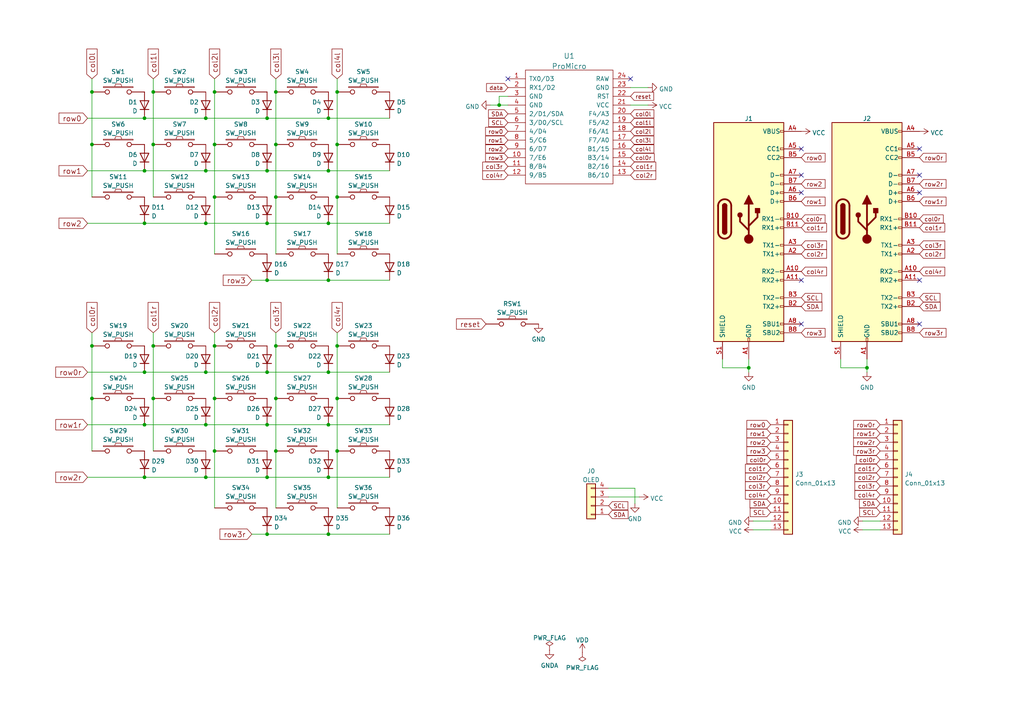
<source format=kicad_sch>
(kicad_sch (version 20211123) (generator eeschema)
  (paper "A4")
  (title_block (title "Unicorne") (date "2022-05-07") (rev "1.0") (company "Namnlos Ergonomic Keyboards") (comment 1 "Jan Lindblom") (comment 2 "jan@namnlos.io"))
  (lib_symbols
    (symbol "Connector:USB_C_Receptacle" (pin_names (offset 1.016))
      (property "Reference" "J" (at -10.16 29.21 0))
      (property "Value" "USB_C_Receptacle" (at 10.16 29.21 0))
      (symbol "USB_C_Receptacle_0_0"
        (rectangle (start -0.254 -35.56) (end 0.254 -34.544))
        (rectangle (start 10.16 -32.766) (end 9.144 -33.274))
        (rectangle (start 10.16 -30.226) (end 9.144 -30.734))
        (rectangle (start 10.16 -25.146) (end 9.144 -25.654))
        (rectangle (start 10.16 -22.606) (end 9.144 -23.114))
        (rectangle (start 10.16 -17.526) (end 9.144 -18.034))
        (rectangle (start 10.16 -14.986) (end 9.144 -15.494))
        (rectangle (start 10.16 -9.906) (end 9.144 -10.414))
        (rectangle (start 10.16 -7.366) (end 9.144 -7.874))
        (rectangle (start 10.16 -2.286) (end 9.144 -2.794))
        (rectangle (start 10.16 0.254) (end 9.144 -0.254))
        (rectangle (start 10.16 5.334) (end 9.144 4.826))
        (rectangle (start 10.16 7.874) (end 9.144 7.366))
        (rectangle (start 10.16 10.414) (end 9.144 9.906))
        (rectangle (start 10.16 12.954) (end 9.144 12.446))
        (rectangle (start 10.16 18.034) (end 9.144 17.526))
        (rectangle (start 10.16 20.574) (end 9.144 20.066))
        (rectangle (start 10.16 25.654) (end 9.144 25.146))
      )
      (symbol "USB_C_Receptacle_0_1"
        (rectangle (start -10.16 27.94) (end 10.16 -35.56) (stroke (width 0.254)) (fill (type background)))
        (arc (start -8.89 -3.81) (mid -6.985 -5.715) (end -5.08 -3.81) (stroke (width 0.508)))
        (arc (start -7.62 -3.81) (mid -6.985 -4.445) (end -6.35 -3.81) (stroke (width 0.254)))
        (arc (start -7.62 -3.81) (mid -6.985 -4.445) (end -6.35 -3.81) (stroke (width 0.254)) (fill (type outline)))
        (rectangle (start -7.62 -3.81) (end -6.35 3.81) (stroke (width 0.254)) (fill (type outline)))
        (arc (start -6.35 3.81) (mid -6.985 4.445) (end -7.62 3.81) (stroke (width 0.254)))
        (arc (start -6.35 3.81) (mid -6.985 4.445) (end -7.62 3.81) (stroke (width 0.254)) (fill (type outline)))
        (arc (start -5.08 3.81) (mid -6.985 5.715) (end -8.89 3.81) (stroke (width 0.508)))
        (polyline (pts (xy -8.89 -3.81) (xy -8.89 3.81)) (stroke (width 0.508)))
        (polyline (pts (xy -5.08 3.81) (xy -5.08 -3.81)) (stroke (width 0.508)))
      )
      (symbol "USB_C_Receptacle_1_1"
        (circle (center -2.54 1.143) (radius 0.635) (stroke (width 0.254)) (fill (type outline)))
        (circle (center 0 -5.842) (radius 1.27) (fill (type outline)))
        (polyline (pts (xy 0 -5.842) (xy 0 4.318)) (stroke (width 0.508)))
        (polyline (pts (xy 0 -3.302) (xy -2.54 -0.762) (xy -2.54 0.508)) (stroke (width 0.508)))
        (polyline (pts (xy 0 -2.032) (xy 2.54 0.508) (xy 2.54 1.778)) (stroke (width 0.508)))
        (polyline (pts (xy -1.27 4.318) (xy 0 6.858) (xy 1.27 4.318) (xy -1.27 4.318)) (stroke (width 0.254)) (fill (type outline)))
        (rectangle (start 1.905 1.778) (end 3.175 3.048) (stroke (width 0.254)) (fill (type outline)))
        (pin passive line (at 0 -40.64 90) (length 5.08) (name "GND") (number "A1"))
        (pin bidirectional line (at 15.24 -15.24 180) (length 5.08) (name "RX2-") (number "A10"))
        (pin bidirectional line (at 15.24 -17.78 180) (length 5.08) (name "RX2+") (number "A11"))
        (pin passive line (at 0 -40.64 90) (length 5.08) hide (name "GND") (number "A12"))
        (pin bidirectional line (at 15.24 -10.16 180) (length 5.08) (name "TX1+") (number "A2"))
        (pin bidirectional line (at 15.24 -7.62 180) (length 5.08) (name "TX1-") (number "A3"))
        (pin passive line (at 15.24 25.4 180) (length 5.08) (name "VBUS") (number "A4"))
        (pin bidirectional line (at 15.24 20.32 180) (length 5.08) (name "CC1") (number "A5"))
        (pin bidirectional line (at 15.24 7.62 180) (length 5.08) (name "D+") (number "A6"))
        (pin bidirectional line (at 15.24 12.7 180) (length 5.08) (name "D-") (number "A7"))
        (pin bidirectional line (at 15.24 -30.48 180) (length 5.08) (name "SBU1") (number "A8"))
        (pin passive line (at 15.24 25.4 180) (length 5.08) hide (name "VBUS") (number "A9"))
        (pin passive line (at 0 -40.64 90) (length 5.08) hide (name "GND") (number "B1"))
        (pin bidirectional line (at 15.24 0 180) (length 5.08) (name "RX1-") (number "B10"))
        (pin bidirectional line (at 15.24 -2.54 180) (length 5.08) (name "RX1+") (number "B11"))
        (pin passive line (at 0 -40.64 90) (length 5.08) hide (name "GND") (number "B12"))
        (pin bidirectional line (at 15.24 -25.4 180) (length 5.08) (name "TX2+") (number "B2"))
        (pin bidirectional line (at 15.24 -22.86 180) (length 5.08) (name "TX2-") (number "B3"))
        (pin passive line (at 15.24 25.4 180) (length 5.08) hide (name "VBUS") (number "B4"))
        (pin bidirectional line (at 15.24 17.78 180) (length 5.08) (name "CC2") (number "B5"))
        (pin bidirectional line (at 15.24 5.08 180) (length 5.08) (name "D+") (number "B6"))
        (pin bidirectional line (at 15.24 10.16 180) (length 5.08) (name "D-") (number "B7"))
        (pin bidirectional line (at 15.24 -33.02 180) (length 5.08) (name "SBU2") (number "B8"))
        (pin passive line (at 15.24 25.4 180) (length 5.08) hide (name "VBUS") (number "B9"))
        (pin passive line (at -7.62 -40.64 90) (length 5.08) (name "SHIELD") (number "S1"))
      )
    )
    (symbol "Connector_Generic:Conn_01x04" (pin_names (offset 1.016) hide)
      (property "Reference" "J" (at 0 5.08 0))
      (property "Value" "Conn_01x04" (at 0 -7.62 0))
      (symbol "Conn_01x04_1_1"
        (rectangle (start -1.27 -4.953) (end 0 -5.207) (stroke (width 0.1524)))
        (rectangle (start -1.27 -2.413) (end 0 -2.667) (stroke (width 0.1524)))
        (rectangle (start -1.27 0.127) (end 0 -0.127) (stroke (width 0.1524)))
        (rectangle (start -1.27 2.667) (end 0 2.413) (stroke (width 0.1524)))
        (rectangle (start -1.27 3.81) (end 1.27 -6.35) (stroke (width 0.254)) (fill (type background)))
        (pin passive line (at -5.08 2.54 0) (length 3.81) (name "Pin_1") (number "1"))
        (pin passive line (at -5.08 0 0) (length 3.81) (name "Pin_2") (number "2"))
        (pin passive line (at -5.08 -2.54 0) (length 3.81) (name "Pin_3") (number "3"))
        (pin passive line (at -5.08 -5.08 0) (length 3.81) (name "Pin_4") (number "4"))
      )
    )
    (symbol "Connector_Generic:Conn_01x13" (pin_names (offset 1.016) hide)
      (property "Reference" "J" (at 0 17.78 0))
      (property "Value" "Conn_01x13" (at 0 -17.78 0))
      (symbol "Conn_01x13_1_1"
        (rectangle (start -1.27 -15.113) (end 0 -15.367) (stroke (width 0.1524)))
        (rectangle (start -1.27 -12.573) (end 0 -12.827) (stroke (width 0.1524)))
        (rectangle (start -1.27 -10.033) (end 0 -10.287) (stroke (width 0.1524)))
        (rectangle (start -1.27 -7.493) (end 0 -7.747) (stroke (width 0.1524)))
        (rectangle (start -1.27 -4.953) (end 0 -5.207) (stroke (width 0.1524)))
        (rectangle (start -1.27 -2.413) (end 0 -2.667) (stroke (width 0.1524)))
        (rectangle (start -1.27 0.127) (end 0 -0.127) (stroke (width 0.1524)))
        (rectangle (start -1.27 2.667) (end 0 2.413) (stroke (width 0.1524)))
        (rectangle (start -1.27 5.207) (end 0 4.953) (stroke (width 0.1524)))
        (rectangle (start -1.27 7.747) (end 0 7.493) (stroke (width 0.1524)))
        (rectangle (start -1.27 10.287) (end 0 10.033) (stroke (width 0.1524)))
        (rectangle (start -1.27 12.827) (end 0 12.573) (stroke (width 0.1524)))
        (rectangle (start -1.27 15.367) (end 0 15.113) (stroke (width 0.1524)))
        (rectangle (start -1.27 16.51) (end 1.27 -16.51) (stroke (width 0.254)) (fill (type background)))
        (pin passive line (at -5.08 15.24 0) (length 3.81) (name "Pin_1") (number "1"))
        (pin passive line (at -5.08 -7.62 0) (length 3.81) (name "Pin_10") (number "10"))
        (pin passive line (at -5.08 -10.16 0) (length 3.81) (name "Pin_11") (number "11"))
        (pin passive line (at -5.08 -12.7 0) (length 3.81) (name "Pin_12") (number "12"))
        (pin passive line (at -5.08 -15.24 0) (length 3.81) (name "Pin_13") (number "13"))
        (pin passive line (at -5.08 12.7 0) (length 3.81) (name "Pin_2") (number "2"))
        (pin passive line (at -5.08 10.16 0) (length 3.81) (name "Pin_3") (number "3"))
        (pin passive line (at -5.08 7.62 0) (length 3.81) (name "Pin_4") (number "4"))
        (pin passive line (at -5.08 5.08 0) (length 3.81) (name "Pin_5") (number "5"))
        (pin passive line (at -5.08 2.54 0) (length 3.81) (name "Pin_6") (number "6"))
        (pin passive line (at -5.08 0 0) (length 3.81) (name "Pin_7") (number "7"))
        (pin passive line (at -5.08 -2.54 0) (length 3.81) (name "Pin_8") (number "8"))
        (pin passive line (at -5.08 -5.08 0) (length 3.81) (name "Pin_9") (number "9"))
      )
    )
    (symbol "Device:D" (pin_numbers hide) (pin_names (offset 1.016) hide)
      (property "Reference" "D" (at 0 2.54 0))
      (property "Value" "D" (at 0 -2.54 0))
      (symbol "D_0_1"
        (polyline (pts (xy -1.27 1.27) (xy -1.27 -1.27)) (stroke (width 0.254)))
        (polyline (pts (xy 1.27 0) (xy -1.27 0)))
        (polyline (pts (xy 1.27 1.27) (xy 1.27 -1.27) (xy -1.27 0) (xy 1.27 1.27)) (stroke (width 0.254)))
      )
      (symbol "D_1_1"
        (pin passive line (at -3.81 0 0) (length 2.54) (name "K") (number "1"))
        (pin passive line (at 3.81 0 180) (length 2.54) (name "A") (number "2"))
      )
    )
    (symbol "gnd:GND" (power) (pin_names (offset 0))
      (property "Value" "GND" (at 0 -3.81 0))
      (symbol "GND_1_1"
        (polyline (pts (xy 0 0) (xy 0 -1.27) (xy 1.27 -1.27) (xy 0 -2.54) (xy -1.27 -1.27) (xy 0 -1.27)))
        (pin power_in line (at 0 0 0) (length 0) hide (name "GND") (number "1"))
      )
    )
    (symbol "kbd:ProMicro" (pin_names (offset 1.016))
      (property "Reference" "U" (at 0 19.05 0))
      (property "Value" "ProMicro" (at 0 -19.05 0))
      (symbol "ProMicro_0_1"
        (rectangle (start -12.7 16.51) (end 12.7 -16.51))
      )
      (symbol "ProMicro_1_1"
        (pin bidirectional line (at -17.78 13.97 0) (length 5.08) (name "TX0/D3") (number "1"))
        (pin bidirectional line (at -17.78 -8.89 0) (length 5.08) (name "7/E6") (number "10"))
        (pin bidirectional line (at -17.78 -11.43 0) (length 5.08) (name "8/B4") (number "11"))
        (pin bidirectional line (at -17.78 -13.97 0) (length 5.08) (name "9/B5") (number "12"))
        (pin bidirectional line (at 17.78 -13.97 180) (length 5.08) (name "B6/10") (number "13"))
        (pin bidirectional line (at 17.78 -11.43 180) (length 5.08) (name "B2/16") (number "14"))
        (pin bidirectional line (at 17.78 -8.89 180) (length 5.08) (name "B3/14") (number "15"))
        (pin bidirectional line (at 17.78 -6.35 180) (length 5.08) (name "B1/15") (number "16"))
        (pin bidirectional line (at 17.78 -3.81 180) (length 5.08) (name "F7/A0") (number "17"))
        (pin bidirectional line (at 17.78 -1.27 180) (length 5.08) (name "F6/A1") (number "18"))
        (pin bidirectional line (at 17.78 1.27 180) (length 5.08) (name "F5/A2") (number "19"))
        (pin bidirectional line (at -17.78 11.43 0) (length 5.08) (name "RX1/D2") (number "2"))
        (pin bidirectional line (at 17.78 3.81 180) (length 5.08) (name "F4/A3") (number "20"))
        (pin power_in line (at 17.78 6.35 180) (length 5.08) (name "VCC") (number "21"))
        (pin input line (at 17.78 8.89 180) (length 5.08) (name "RST") (number "22"))
        (pin power_in line (at 17.78 11.43 180) (length 5.08) (name "GND") (number "23"))
        (pin power_out line (at 17.78 13.97 180) (length 5.08) (name "RAW") (number "24"))
        (pin power_in line (at -17.78 8.89 0) (length 5.08) (name "GND") (number "3"))
        (pin power_in line (at -17.78 6.35 0) (length 5.08) (name "GND") (number "4"))
        (pin bidirectional line (at -17.78 3.81 0) (length 5.08) (name "2/D1/SDA") (number "5"))
        (pin bidirectional line (at -17.78 1.27 0) (length 5.08) (name "3/D0/SCL") (number "6"))
        (pin bidirectional line (at -17.78 -1.27 0) (length 5.08) (name "4/D4") (number "7"))
        (pin bidirectional line (at -17.78 -3.81 0) (length 5.08) (name "5/C6") (number "8"))
        (pin bidirectional line (at -17.78 -6.35 0) (length 5.08) (name "6/D7") (number "9"))
      )
    )
    (symbol "kbd:SW_PUSH" (pin_numbers hide) (pin_names (offset 1.016) hide)
      (property "Reference" "SW" (at 3.81 2.794 0))
      (property "Value" "SW_PUSH" (at 0 -2.032 0))
      (symbol "SW_PUSH_0_1"
        (rectangle (start -4.318 1.27) (end 4.318 1.524))
        (polyline (pts (xy -1.016 1.524) (xy -0.762 2.286) (xy 0.762 2.286) (xy 1.016 1.524)))
        (pin passive inverted (at -7.62 0 0) (length 5.08) (name "1") (number "1"))
        (pin passive inverted (at 7.62 0 180) (length 5.08) (name "2") (number "2"))
      )
    )
    (symbol "power:GND" (power) (pin_names (offset 0))
      (property "Value" "GND" (at 0 -3.81 0))
      (symbol "GND_0_1"
        (polyline (pts (xy 0 0) (xy 0 -1.27) (xy 1.27 -1.27) (xy 0 -2.54) (xy -1.27 -1.27) (xy 0 -1.27)))
      )
      (symbol "GND_1_1"
        (pin power_in line (at 0 0 270) (length 0) hide (name "GND") (number "1"))
      )
    )
    (symbol "power:GNDA" (power) (pin_names (offset 0))
      (property "Value" "GNDA" (at 0 -3.81 0))
      (symbol "GNDA_0_1"
        (polyline (pts (xy 0 0) (xy 0 -1.27) (xy 1.27 -1.27) (xy 0 -2.54) (xy -1.27 -1.27) (xy 0 -1.27)))
      )
      (symbol "GNDA_1_1"
        (pin power_in line (at 0 0 270) (length 0) hide (name "GNDA") (number "1"))
      )
    )
    (symbol "power:PWR_FLAG" (power) (pin_numbers hide) (pin_names (offset 0) hide)
      (property "Value" "PWR_FLAG" (at 0 3.81 0))
      (symbol "PWR_FLAG_0_0"
        (pin power_out line (at 0 0 90) (length 0) (name "pwr") (number "1"))
      )
      (symbol "PWR_FLAG_0_1"
        (polyline (pts (xy 0 0) (xy 0 1.27) (xy -1.016 1.905) (xy 0 2.54) (xy 1.016 1.905) (xy 0 1.27)))
      )
    )
    (symbol "power:VCC" (power) (pin_names (offset 0))
      (property "Value" "VCC" (at 0 3.81 0))
      (symbol "VCC_0_1"
        (polyline (pts (xy -0.762 1.27) (xy 0 2.54)))
        (polyline (pts (xy 0 0) (xy 0 2.54)))
        (polyline (pts (xy 0 2.54) (xy 0.762 1.27)))
      )
      (symbol "VCC_1_1"
        (pin power_in line (at 0 0 90) (length 0) hide (name "VCC") (number "1"))
      )
    )
    (symbol "power:VDD" (power) (pin_names (offset 0))
      (property "Value" "VDD" (at 0 3.81 0))
      (symbol "VDD_0_1"
        (polyline (pts (xy -0.762 1.27) (xy 0 2.54)))
        (polyline (pts (xy 0 0) (xy 0 2.54)))
        (polyline (pts (xy 0 2.54) (xy 0.762 1.27)))
      )
      (symbol "VDD_1_1"
        (pin power_in line (at 0 0 90) (length 0) hide (name "VDD") (number "1"))
      )
    )
  )
  (junction (at 77.47 107.95))
  (junction (at 26.67 41.91))
  (junction (at 59.69 34.29))
  (junction (at 62.23 130.81))
  (junction (at 62.23 115.57))
  (junction (at 77.47 49.53))
  (junction (at 77.47 138.43))
  (junction (at 95.25 107.95))
  (junction (at 59.69 49.53))
  (junction (at 26.67 26.67))
  (junction (at 95.25 34.29))
  (junction (at 77.47 34.29))
  (junction (at 44.45 100.33))
  (junction (at 41.91 123.19))
  (junction (at 97.79 115.57))
  (junction (at 62.23 41.91))
  (junction (at 41.91 138.43))
  (junction (at 41.91 49.53))
  (junction (at 26.67 115.57))
  (junction (at 59.69 123.19))
  (junction (at 77.47 64.77))
  (junction (at 217.17 106.68))
  (junction (at 95.25 154.94))
  (junction (at 59.69 64.77))
  (junction (at 144.78 30.48))
  (junction (at 251.46 106.68))
  (junction (at 80.01 115.57))
  (junction (at 95.25 123.19))
  (junction (at 59.69 107.95))
  (junction (at 80.01 26.67))
  (junction (at 44.45 41.91))
  (junction (at 97.79 100.33))
  (junction (at 41.91 107.95))
  (junction (at 62.23 57.15))
  (junction (at 62.23 100.33))
  (junction (at 44.45 26.67))
  (junction (at 59.69 138.43))
  (junction (at 80.01 130.81))
  (junction (at 41.91 64.77))
  (junction (at 62.23 26.67))
  (junction (at 97.79 41.91))
  (junction (at 97.79 26.67))
  (junction (at 95.25 49.53))
  (junction (at 77.47 81.28))
  (junction (at 80.01 41.91))
  (junction (at 77.47 123.19))
  (junction (at 97.79 57.15))
  (junction (at 95.25 81.28))
  (junction (at 44.45 115.57))
  (junction (at 95.25 138.43))
  (junction (at 26.67 100.33))
  (junction (at 77.47 154.94))
  (junction (at 80.01 100.33))
  (junction (at 80.01 57.15))
  (junction (at 97.79 130.81))
  (junction (at 41.91 34.29))
  (junction (at 95.25 64.77))
  (no_connect (at 147.32 22.86))
  (no_connect (at 6.35 -20.955))
  (no_connect (at 182.88 22.86))
  (no_connect (at 266.7 43.18))
  (no_connect (at 266.7 50.8))
  (no_connect (at 232.41 43.18))
  (no_connect (at 232.41 50.8))
  (no_connect (at 266.7 55.88))
  (no_connect (at 232.41 55.88))
  (no_connect (at 266.7 93.98))
  (no_connect (at 232.41 93.98))
  (no_connect (at 266.7 81.28))
  (no_connect (at 232.41 81.28))
  (wire (pts (xy 25.4 34.29) (xy 41.91 34.29)))
  (wire (pts (xy 44.45 22.86) (xy 44.45 26.67)))
  (wire (pts (xy 80.01 115.57) (xy 80.01 130.81)))
  (wire (pts (xy 95.25 64.77) (xy 113.03 64.77)))
  (wire (pts (xy 59.69 64.77) (xy 77.47 64.77)))
  (wire (pts (xy 44.45 115.57) (xy 44.45 130.81)))
  (wire (pts (xy 95.25 34.29) (xy 113.03 34.29)))
  (wire (pts (xy 80.01 41.91) (xy 80.01 57.15)))
  (wire (pts (xy 77.47 123.19) (xy 95.25 123.19)))
  (wire (pts (xy 182.88 25.4) (xy 187.96 25.4)))
  (wire (pts (xy 41.91 107.95) (xy 59.69 107.95)))
  (wire (pts (xy 26.67 22.86) (xy 26.67 26.67)))
  (wire (pts (xy 217.17 106.68) (xy 217.17 107.95)))
  (wire (pts (xy 95.25 123.19) (xy 113.03 123.19)))
  (wire (pts (xy 62.23 57.15) (xy 62.23 73.66)))
  (wire (pts (xy 59.69 34.29) (xy 77.47 34.29)))
  (wire (pts (xy 95.25 154.94) (xy 113.03 154.94)))
  (wire (pts (xy 59.69 107.95) (xy 77.47 107.95)))
  (wire (pts (xy 209.55 106.68) (xy 217.17 106.68)))
  (wire (pts (xy 97.79 26.67) (xy 97.79 41.91)))
  (wire (pts (xy 62.23 100.33) (xy 62.23 115.57)))
  (wire (pts (xy 209.55 104.14) (xy 209.55 106.68)))
  (wire (pts (xy 73.025 154.94) (xy 77.47 154.94)))
  (wire (pts (xy 25.4 107.95) (xy 41.91 107.95)))
  (wire (pts (xy 144.78 27.94) (xy 144.78 30.48)))
  (wire (pts (xy 80.01 26.67) (xy 80.01 41.91)))
  (wire (pts (xy 62.23 26.67) (xy 62.23 41.91)))
  (wire (pts (xy 218.44 151.13) (xy 223.52 151.13)))
  (wire (pts (xy 41.91 123.19) (xy 59.69 123.19)))
  (wire (pts (xy 26.67 100.33) (xy 26.67 115.57)))
  (wire (pts (xy 73.025 81.28) (xy 77.47 81.28)))
  (wire (pts (xy 251.46 104.14) (xy 251.46 106.68)))
  (wire (pts (xy 26.67 41.91) (xy 26.67 57.15)))
  (wire (pts (xy 77.47 138.43) (xy 95.25 138.43)))
  (wire (pts (xy 97.79 115.57) (xy 97.79 130.81)))
  (wire (pts (xy 26.67 115.57) (xy 26.67 130.81)))
  (wire (pts (xy 26.67 26.67) (xy 26.67 41.91)))
  (wire (pts (xy 184.15 141.605) (xy 176.53 141.605)))
  (wire (pts (xy 77.47 49.53) (xy 95.25 49.53)))
  (wire (pts (xy 59.69 138.43) (xy 77.47 138.43)))
  (wire (pts (xy 97.79 100.33) (xy 97.79 115.57)))
  (wire (pts (xy 182.88 30.48) (xy 187.96 30.48)))
  (wire (pts (xy 218.44 153.67) (xy 223.52 153.67)))
  (wire (pts (xy 77.47 64.77) (xy 95.25 64.77)))
  (wire (pts (xy 25.4 49.53) (xy 41.91 49.53)))
  (wire (pts (xy 77.47 154.94) (xy 95.25 154.94)))
  (wire (pts (xy 62.23 130.81) (xy 62.23 147.32)))
  (wire (pts (xy 97.79 96.52) (xy 97.79 100.33)))
  (wire (pts (xy 144.78 30.48) (xy 147.32 30.48)))
  (wire (pts (xy 142.24 30.48) (xy 144.78 30.48)))
  (wire (pts (xy 26.67 96.52) (xy 26.67 100.33)))
  (wire (pts (xy 80.01 130.81) (xy 80.01 147.32)))
  (wire (pts (xy 62.23 115.57) (xy 62.23 130.81)))
  (wire (pts (xy 95.25 107.95) (xy 113.03 107.95)))
  (wire (pts (xy 95.25 138.43) (xy 113.03 138.43)))
  (wire (pts (xy 59.69 123.19) (xy 77.47 123.19)))
  (wire (pts (xy 25.4 123.19) (xy 41.91 123.19)))
  (wire (pts (xy 80.01 100.33) (xy 80.01 115.57)))
  (wire (pts (xy 41.91 64.77) (xy 59.69 64.77)))
  (wire (pts (xy 250.19 151.13) (xy 255.27 151.13)))
  (wire (pts (xy 217.17 104.14) (xy 217.17 106.68)))
  (wire (pts (xy 243.84 106.68) (xy 251.46 106.68)))
  (wire (pts (xy 251.46 106.68) (xy 251.46 107.95)))
  (wire (pts (xy 62.23 22.86) (xy 62.23 26.67)))
  (wire (pts (xy 44.45 41.91) (xy 44.45 57.15)))
  (wire (pts (xy 97.79 130.81) (xy 97.79 147.32)))
  (wire (pts (xy 77.47 107.95) (xy 95.25 107.95)))
  (wire (pts (xy 243.84 104.14) (xy 243.84 106.68)))
  (wire (pts (xy 25.4 64.77) (xy 41.91 64.77)))
  (wire (pts (xy 41.91 49.53) (xy 59.69 49.53)))
  (wire (pts (xy 80.01 57.15) (xy 80.01 73.66)))
  (wire (pts (xy 80.01 96.52) (xy 80.01 100.33)))
  (wire (pts (xy 77.47 81.28) (xy 95.25 81.28)))
  (wire (pts (xy 44.45 96.52) (xy 44.45 100.33)))
  (wire (pts (xy 62.23 41.91) (xy 62.23 57.15)))
  (wire (pts (xy 80.01 22.86) (xy 80.01 26.67)))
  (wire (pts (xy 250.19 153.67) (xy 255.27 153.67)))
  (wire (pts (xy 97.79 22.86) (xy 97.79 26.67)))
  (wire (pts (xy 97.79 57.15) (xy 97.79 73.66)))
  (wire (pts (xy 62.23 96.52) (xy 62.23 100.33)))
  (wire (pts (xy 25.4 138.43) (xy 41.91 138.43)))
  (wire (pts (xy 95.25 49.53) (xy 113.03 49.53)))
  (wire (pts (xy 44.45 100.33) (xy 44.45 115.57)))
  (wire (pts (xy 41.91 34.29) (xy 59.69 34.29)))
  (wire (pts (xy 41.91 138.43) (xy 59.69 138.43)))
  (wire (pts (xy 176.53 144.145) (xy 185.42 144.145)))
  (wire (pts (xy 184.15 146.05) (xy 184.15 141.605)))
  (wire (pts (xy 95.25 81.28) (xy 113.03 81.28)))
  (wire (pts (xy 44.45 26.67) (xy 44.45 41.91)))
  (wire (pts (xy 147.32 27.94) (xy 144.78 27.94)))
  (wire (pts (xy 97.79 41.91) (xy 97.79 57.15)))
  (wire (pts (xy 59.69 49.53) (xy 77.47 49.53)))
  (wire (pts (xy 77.47 34.29) (xy 95.25 34.29)))
  (global_label "col1r" (shape input) (at 232.41 66.04 0) (property "Intersheet References" "${INTERSHEET_REFS}" (effects hide)))
  (global_label "row1" (shape input) (at 232.41 58.42 0) (property "Intersheet References" "${INTERSHEET_REFS}" (effects hide)))
  (global_label "row0" (shape input) (at 25.4 34.29 180) (effects (font (size 1.524 1.524))) (property "Intersheet References" "${INTERSHEET_REFS}" (effects hide)))
  (global_label "row2r" (shape input) (at 25.4 138.43 180) (effects (font (size 1.524 1.524))) (property "Intersheet References" "${INTERSHEET_REFS}" (effects hide)))
  (global_label "SCL" (shape input) (at 266.7 86.36 0) (property "Intersheet References" "${INTERSHEET_REFS}" (effects hide)))
  (global_label "col4l" (shape input) (at 97.79 22.86 90) (effects (font (size 1.524 1.524))) (property "Intersheet References" "${INTERSHEET_REFS}" (effects hide)))
  (global_label "col0r" (shape input) (at 223.52 133.35 180) (effects (font (size 1.1938 1.1938))) (property "Intersheet References" "${INTERSHEET_REFS}" (effects hide)))
  (global_label "col4l" (shape input) (at 182.88 43.18 0) (effects (font (size 1.1938 1.1938))) (property "Intersheet References" "${INTERSHEET_REFS}" (effects hide)))
  (global_label "col2r" (shape input) (at 182.88 50.8 0) (property "Intersheet References" "${INTERSHEET_REFS}" (effects hide)))
  (global_label "col0l" (shape input) (at 26.67 22.86 90) (effects (font (size 1.524 1.524))) (property "Intersheet References" "${INTERSHEET_REFS}" (effects hide)))
  (global_label "col1l" (shape input) (at 44.45 22.86 90) (effects (font (size 1.524 1.524))) (property "Intersheet References" "${INTERSHEET_REFS}" (effects hide)))
  (global_label "SCL" (shape input) (at 223.52 148.59 180) (property "Intersheet References" "${INTERSHEET_REFS}" (effects hide)))
  (global_label "col1r" (shape input) (at 182.88 48.26 0) (property "Intersheet References" "${INTERSHEET_REFS}" (effects hide)))
  (global_label "row0r" (shape input) (at 266.7 45.72 0) (property "Intersheet References" "${INTERSHEET_REFS}" (effects hide)))
  (global_label "data" (shape input) (at 147.32 25.4 180) (effects (font (size 1.1938 1.1938))) (property "Intersheet References" "${INTERSHEET_REFS}" (effects hide)))
  (global_label "row1r" (shape input) (at 255.27 125.73 180) (property "Intersheet References" "${INTERSHEET_REFS}" (effects hide)))
  (global_label "row0r" (shape input) (at 25.4 107.95 180) (effects (font (size 1.524 1.524))) (property "Intersheet References" "${INTERSHEET_REFS}" (effects hide)))
  (global_label "row2" (shape input) (at 232.41 53.34 0) (property "Intersheet References" "${INTERSHEET_REFS}" (effects hide)))
  (global_label "row0r" (shape input) (at 255.27 123.19 180) (property "Intersheet References" "${INTERSHEET_REFS}" (effects hide)))
  (global_label "col2r" (shape input) (at 266.7 73.66 0) (property "Intersheet References" "${INTERSHEET_REFS}" (effects hide)))
  (global_label "row1" (shape input) (at 25.4 49.53 180) (effects (font (size 1.524 1.524))) (property "Intersheet References" "${INTERSHEET_REFS}" (effects hide)))
  (global_label "col2r" (shape input) (at 223.52 138.43 180) (property "Intersheet References" "${INTERSHEET_REFS}" (effects hide)))
  (global_label "SDA" (shape input) (at 223.52 146.05 180) (property "Intersheet References" "${INTERSHEET_REFS}" (effects hide)))
  (global_label "col3r" (shape input) (at 147.32 48.26 180) (property "Intersheet References" "${INTERSHEET_REFS}" (effects hide)))
  (global_label "SCL" (shape input) (at 255.27 148.59 180) (property "Intersheet References" "${INTERSHEET_REFS}" (effects hide)))
  (global_label "col1l" (shape input) (at 182.88 35.56 0) (effects (font (size 1.1938 1.1938))) (property "Intersheet References" "${INTERSHEET_REFS}" (effects hide)))
  (global_label "col0r" (shape input) (at 26.67 96.52 90) (effects (font (size 1.524 1.524))) (property "Intersheet References" "${INTERSHEET_REFS}" (effects hide)))
  (global_label "col4r" (shape input) (at 223.52 143.51 180) (property "Intersheet References" "${INTERSHEET_REFS}" (effects hide)))
  (global_label "row2" (shape input) (at 25.4 64.77 180) (effects (font (size 1.524 1.524))) (property "Intersheet References" "${INTERSHEET_REFS}" (effects hide)))
  (global_label "row2r" (shape input) (at 255.27 128.27 180) (property "Intersheet References" "${INTERSHEET_REFS}" (effects hide)))
  (global_label "row0" (shape input) (at 147.32 38.1 180) (effects (font (size 1.1938 1.1938))) (property "Intersheet References" "${INTERSHEET_REFS}" (effects hide)))
  (global_label "col3r" (shape input) (at 255.27 140.97 180) (property "Intersheet References" "${INTERSHEET_REFS}" (effects hide)))
  (global_label "col4r" (shape input) (at 266.7 78.74 0) (property "Intersheet References" "${INTERSHEET_REFS}" (effects hide)))
  (global_label "row3r" (shape input) (at 73.025 154.94 180) (effects (font (size 1.524 1.524))) (property "Intersheet References" "${INTERSHEET_REFS}" (effects hide)))
  (global_label "col3r" (shape input) (at 232.41 71.12 0) (property "Intersheet References" "${INTERSHEET_REFS}" (effects hide)))
  (global_label "col0r" (shape input) (at 266.7 63.5 0) (effects (font (size 1.1938 1.1938))) (property "Intersheet References" "${INTERSHEET_REFS}" (effects hide)))
  (global_label "col4r" (shape input) (at 97.79 96.52 90) (effects (font (size 1.524 1.524))) (property "Intersheet References" "${INTERSHEET_REFS}" (effects hide)))
  (global_label "col2l" (shape input) (at 62.23 22.86 90) (effects (font (size 1.524 1.524))) (property "Intersheet References" "${INTERSHEET_REFS}" (effects hide)))
  (global_label "row2r" (shape input) (at 266.7 53.34 0) (property "Intersheet References" "${INTERSHEET_REFS}" (effects hide)))
  (global_label "col1r" (shape input) (at 266.7 66.04 0) (property "Intersheet References" "${INTERSHEET_REFS}" (effects hide)))
  (global_label "col0r" (shape input) (at 255.27 133.35 180) (effects (font (size 1.1938 1.1938))) (property "Intersheet References" "${INTERSHEET_REFS}" (effects hide)))
  (global_label "row3r" (shape input) (at 255.27 130.81 180) (property "Intersheet References" "${INTERSHEET_REFS}" (effects hide)))
  (global_label "SCL" (shape input) (at 147.32 35.56 180) (effects (font (size 1.1938 1.1938))) (property "Intersheet References" "${INTERSHEET_REFS}" (effects hide)))
  (global_label "col1r" (shape input) (at 255.27 135.89 180) (property "Intersheet References" "${INTERSHEET_REFS}" (effects hide)))
  (global_label "row3r" (shape input) (at 266.7 96.52 0) (property "Intersheet References" "${INTERSHEET_REFS}" (effects hide)))
  (global_label "row1" (shape input) (at 147.32 40.64 180) (effects (font (size 1.1938 1.1938))) (property "Intersheet References" "${INTERSHEET_REFS}" (effects hide)))
  (global_label "row1" (shape input) (at 223.52 125.73 180) (property "Intersheet References" "${INTERSHEET_REFS}" (effects hide)))
  (global_label "row1r" (shape input) (at 266.7 58.42 0) (property "Intersheet References" "${INTERSHEET_REFS}" (effects hide)))
  (global_label "col1r" (shape input) (at 223.52 135.89 180) (property "Intersheet References" "${INTERSHEET_REFS}" (effects hide)))
  (global_label "SCL" (shape input) (at 232.41 86.36 0) (property "Intersheet References" "${INTERSHEET_REFS}" (effects hide)))
  (global_label "row1r" (shape input) (at 25.4 123.19 180) (effects (font (size 1.524 1.524))) (property "Intersheet References" "${INTERSHEET_REFS}" (effects hide)))
  (global_label "row3" (shape input) (at 147.32 45.72 180) (effects (font (size 1.1938 1.1938))) (property "Intersheet References" "${INTERSHEET_REFS}" (effects hide)))
  (global_label "col2r" (shape input) (at 255.27 138.43 180) (property "Intersheet References" "${INTERSHEET_REFS}" (effects hide)))
  (global_label "reset" (shape input) (at 140.97 93.98 180) (effects (font (size 1.524 1.524))) (property "Intersheet References" "${INTERSHEET_REFS}" (effects hide)))
  (global_label "row3" (shape input) (at 223.52 130.81 180) (property "Intersheet References" "${INTERSHEET_REFS}" (effects hide)))
  (global_label "row2" (shape input) (at 147.32 43.18 180) (effects (font (size 1.1938 1.1938))) (property "Intersheet References" "${INTERSHEET_REFS}" (effects hide)))
  (global_label "col3r" (shape input) (at 223.52 140.97 180) (property "Intersheet References" "${INTERSHEET_REFS}" (effects hide)))
  (global_label "row2" (shape input) (at 223.52 128.27 180) (property "Intersheet References" "${INTERSHEET_REFS}" (effects hide)))
  (global_label "col3l" (shape input) (at 80.01 22.86 90) (effects (font (size 1.524 1.524))) (property "Intersheet References" "${INTERSHEET_REFS}" (effects hide)))
  (global_label "col2r" (shape input) (at 62.23 96.52 90) (effects (font (size 1.524 1.524))) (property "Intersheet References" "${INTERSHEET_REFS}" (effects hide)))
  (global_label "SDA" (shape input) (at 255.27 146.05 180) (property "Intersheet References" "${INTERSHEET_REFS}" (effects hide)))
  (global_label "SDA" (shape input) (at 232.41 88.9 0) (property "Intersheet References" "${INTERSHEET_REFS}" (effects hide)))
  (global_label "row0" (shape input) (at 232.41 45.72 0) (property "Intersheet References" "${INTERSHEET_REFS}" (effects hide)))
  (global_label "col2r" (shape input) (at 232.41 73.66 0) (property "Intersheet References" "${INTERSHEET_REFS}" (effects hide)))
  (global_label "col4r" (shape input) (at 255.27 143.51 180) (property "Intersheet References" "${INTERSHEET_REFS}" (effects hide)))
  (global_label "reset" (shape input) (at 182.88 27.94 0) (effects (font (size 1.1938 1.1938))) (property "Intersheet References" "${INTERSHEET_REFS}" (effects hide)))
  (global_label "row0" (shape input) (at 223.52 123.19 180) (property "Intersheet References" "${INTERSHEET_REFS}" (effects hide)))
  (global_label "col2l" (shape input) (at 182.88 38.1 0) (effects (font (size 1.1938 1.1938))) (property "Intersheet References" "${INTERSHEET_REFS}" (effects hide)))
  (global_label "col3l" (shape input) (at 182.88 40.64 0) (effects (font (size 1.1938 1.1938))) (property "Intersheet References" "${INTERSHEET_REFS}" (effects hide)))
  (global_label "row3" (shape input) (at 232.41 96.52 0) (property "Intersheet References" "${INTERSHEET_REFS}" (effects hide)))
  (global_label "col1r" (shape input) (at 44.45 96.52 90) (effects (font (size 1.524 1.524))) (property "Intersheet References" "${INTERSHEET_REFS}" (effects hide)))
  (global_label "row3" (shape input) (at 73.025 81.28 180) (effects (font (size 1.524 1.524))) (property "Intersheet References" "${INTERSHEET_REFS}" (effects hide)))
  (global_label "SDA" (shape input) (at 147.32 33.02 180) (effects (font (size 1.1938 1.1938))) (property "Intersheet References" "${INTERSHEET_REFS}" (effects hide)))
  (global_label "SDA" (shape input) (at 266.7 88.9 0) (property "Intersheet References" "${INTERSHEET_REFS}" (effects hide)))
  (global_label "col0l" (shape input) (at 182.88 33.02 0) (effects (font (size 1.1938 1.1938))) (property "Intersheet References" "${INTERSHEET_REFS}" (effects hide)))
  (global_label "SDA" (shape input) (at 176.53 149.225 0) (effects (font (size 1.1938 1.1938))) (property "Intersheet References" "${INTERSHEET_REFS}" (effects hide)))
  (global_label "col4r" (shape input) (at 147.32 50.8 180) (property "Intersheet References" "${INTERSHEET_REFS}" (effects hide)))
  (global_label "col4r" (shape input) (at 232.41 78.74 0) (property "Intersheet References" "${INTERSHEET_REFS}" (effects hide)))
  (global_label "col0r" (shape input) (at 182.88 45.72 0) (effects (font (size 1.1938 1.1938))) (property "Intersheet References" "${INTERSHEET_REFS}" (effects hide)))
  (global_label "SCL" (shape input) (at 176.53 146.685 0) (effects (font (size 1.1938 1.1938))) (property "Intersheet References" "${INTERSHEET_REFS}" (effects hide)))
  (global_label "col0r" (shape input) (at 232.41 63.5 0) (effects (font (size 1.1938 1.1938))) (property "Intersheet References" "${INTERSHEET_REFS}" (effects hide)))
  (global_label "col3r" (shape input) (at 266.7 71.12 0) (property "Intersheet References" "${INTERSHEET_REFS}" (effects hide)))
  (global_label "col3r" (shape input) (at 80.01 96.52 90) (effects (font (size 1.524 1.524))) (property "Intersheet References" "${INTERSHEET_REFS}" (effects hide)))
  (symbol (lib_id "kbd:ProMicro") (at 165.1 36.83 0) (unit 1)
    (property "Reference" "U1" (at 165.1 16.2359 0) (effects (font (size 1.524 1.524))))
    (property "Value" "ProMicro" (at 165.1 19.2293 0) (effects (font (size 1.524 1.524))))
    (property "Footprint" "kbd:ProMicro_v3" (effects hide))
  )
  (symbol (lib_id "kbd:SW_PUSH") (at 52.07 26.67 0) (unit 1)
    (property "Reference" "SW2" (at 52.07 20.8112 0))
    (property "Value" "SW_PUSH" (at 52.07 23.3481 0))
    (property "Footprint" "kbd:keyswitch_cherrymx_alps_choc12_1u" (effects hide))
  )
  (symbol (lib_id "Device:D") (at 59.69 30.48 90) (unit 1)
    (property "Reference" "D2" (at 57.6581 29.6453 90) (effects (justify left)))
    (property "Value" "D" (at 57.6581 32.1822 90) (effects (justify left)))
    (property "Footprint" "kbd:D3_TH" (effects hide))
  )
  (symbol (lib_id "kbd:SW_PUSH") (at 69.85 26.67 0) (unit 1)
    (property "Reference" "SW3" (at 69.85 20.8112 0))
    (property "Value" "SW_PUSH" (at 69.85 23.3481 0))
    (property "Footprint" "kbd:keyswitch_cherrymx_alps_choc12_1u" (effects hide))
  )
  (symbol (lib_id "Device:D") (at 77.47 30.48 90) (unit 1)
    (property "Reference" "D3" (at 75.4381 29.6453 90) (effects (justify left)))
    (property "Value" "D" (at 75.4381 32.1822 90) (effects (justify left)))
    (property "Footprint" "kbd:D3_TH" (effects hide))
  )
  (symbol (lib_id "kbd:SW_PUSH") (at 87.63 26.67 0) (unit 1)
    (property "Reference" "SW4" (at 87.63 20.8112 0))
    (property "Value" "SW_PUSH" (at 87.63 23.3481 0))
    (property "Footprint" "kbd:keyswitch_cherrymx_alps_choc12_1u" (effects hide))
  )
  (symbol (lib_id "kbd:SW_PUSH") (at 105.41 26.67 0) (unit 1)
    (property "Reference" "SW5" (at 105.41 20.8112 0))
    (property "Value" "SW_PUSH" (at 105.41 23.3481 0))
    (property "Footprint" "kbd:keyswitch_cherrymx_alps_choc12_1u" (effects hide))
  )
  (symbol (lib_id "Device:D") (at 95.25 30.48 90) (unit 1)
    (property "Reference" "D4" (at 93.2181 29.6453 90) (effects (justify left)))
    (property "Value" "D" (at 93.2181 32.1822 90) (effects (justify left)))
    (property "Footprint" "kbd:D3_TH" (effects hide))
  )
  (symbol (lib_id "Device:D") (at 113.03 30.48 90) (unit 1)
    (property "Reference" "D5" (at 115.062 29.6453 90) (effects (justify right)))
    (property "Value" "D" (at 115.062 32.1822 90) (effects (justify right)))
    (property "Footprint" "kbd:D3_TH" (effects hide))
  )
  (symbol (lib_id "kbd:SW_PUSH") (at 34.29 26.67 0) (unit 1)
    (property "Reference" "SW1" (at 34.29 20.8112 0))
    (property "Value" "SW_PUSH" (at 34.29 23.3481 0))
    (property "Footprint" "kbd:keyswitch_cherrymx_alps_choc12_1u" (effects hide))
  )
  (symbol (lib_id "Device:D") (at 41.91 30.48 90) (unit 1)
    (property "Reference" "D1" (at 39.8781 29.6453 90) (effects (justify left)))
    (property "Value" "D" (at 39.8781 32.1822 90) (effects (justify left)))
    (property "Footprint" "kbd:D3_TH" (effects hide))
  )
  (symbol (lib_id "kbd:SW_PUSH") (at 52.07 41.91 0) (unit 1)
    (property "Reference" "SW7" (at 52.07 36.0512 0))
    (property "Value" "SW_PUSH" (at 52.07 38.5881 0))
    (property "Footprint" "kbd:keyswitch_cherrymx_alps_choc12_1u" (effects hide))
  )
  (symbol (lib_id "Device:D") (at 59.69 45.72 90) (unit 1)
    (property "Reference" "D7" (at 57.6581 44.8853 90) (effects (justify left)))
    (property "Value" "D" (at 57.6581 47.4222 90) (effects (justify left)))
    (property "Footprint" "kbd:D3_TH" (effects hide))
  )
  (symbol (lib_id "kbd:SW_PUSH") (at 69.85 41.91 0) (unit 1)
    (property "Reference" "SW8" (at 69.85 36.0512 0))
    (property "Value" "SW_PUSH" (at 69.85 38.5881 0))
    (property "Footprint" "kbd:keyswitch_cherrymx_alps_choc12_1u" (effects hide))
  )
  (symbol (lib_id "Device:D") (at 77.47 45.72 90) (unit 1)
    (property "Reference" "D8" (at 75.4381 44.8853 90) (effects (justify left)))
    (property "Value" "D" (at 75.4381 47.4222 90) (effects (justify left)))
    (property "Footprint" "kbd:D3_TH" (effects hide))
  )
  (symbol (lib_id "kbd:SW_PUSH") (at 87.63 41.91 0) (unit 1)
    (property "Reference" "SW9" (at 87.63 36.0512 0))
    (property "Value" "SW_PUSH" (at 87.63 38.5881 0))
    (property "Footprint" "kbd:keyswitch_cherrymx_alps_choc12_1u" (effects hide))
  )
  (symbol (lib_id "kbd:SW_PUSH") (at 105.41 41.91 0) (unit 1)
    (property "Reference" "SW10" (at 105.41 36.0512 0))
    (property "Value" "SW_PUSH" (at 105.41 38.5881 0))
    (property "Footprint" "kbd:keyswitch_cherrymx_alps_choc12_1u" (effects hide))
  )
  (symbol (lib_id "Device:D") (at 95.25 45.72 90) (unit 1)
    (property "Reference" "D9" (at 93.2181 44.8853 90) (effects (justify left)))
    (property "Value" "D" (at 93.2181 47.4222 90) (effects (justify left)))
    (property "Footprint" "kbd:D3_TH" (effects hide))
  )
  (symbol (lib_id "Device:D") (at 113.03 45.72 90) (unit 1)
    (property "Reference" "D10" (at 115.062 44.8853 90) (effects (justify right)))
    (property "Value" "D" (at 115.062 47.4222 90) (effects (justify right)))
    (property "Footprint" "kbd:D3_TH" (effects hide))
  )
  (symbol (lib_id "kbd:SW_PUSH") (at 34.29 41.91 0) (unit 1)
    (property "Reference" "SW6" (at 34.29 36.0512 0))
    (property "Value" "SW_PUSH" (at 34.29 38.5881 0))
    (property "Footprint" "kbd:keyswitch_cherrymx_alps_choc12_1u" (effects hide))
  )
  (symbol (lib_id "Device:D") (at 41.91 45.72 90) (unit 1)
    (property "Reference" "D6" (at 39.8781 44.8853 90) (effects (justify left)))
    (property "Value" "D" (at 39.8781 47.4222 90) (effects (justify left)))
    (property "Footprint" "kbd:D3_TH" (effects hide))
  )
  (symbol (lib_id "kbd:SW_PUSH") (at 52.07 57.15 0) (unit 1)
    (property "Reference" "SW12" (at 52.07 51.2912 0))
    (property "Value" "SW_PUSH" (at 52.07 53.8281 0))
    (property "Footprint" "kbd:keyswitch_cherrymx_alps_choc12_1u" (effects hide))
  )
  (symbol (lib_id "Device:D") (at 59.69 60.96 90) (unit 1)
    (property "Reference" "D12" (at 57.658 60.1253 90) (effects (justify left)))
    (property "Value" "D" (at 57.658 62.6622 90) (effects (justify left)))
    (property "Footprint" "kbd:D3_TH" (effects hide))
  )
  (symbol (lib_id "kbd:SW_PUSH") (at 69.85 57.15 0) (unit 1)
    (property "Reference" "SW13" (at 69.85 51.2912 0))
    (property "Value" "SW_PUSH" (at 69.85 53.8281 0))
    (property "Footprint" "kbd:keyswitch_cherrymx_alps_choc12_1u" (effects hide))
  )
  (symbol (lib_id "Device:D") (at 77.47 60.96 90) (unit 1)
    (property "Reference" "D13" (at 75.438 60.1253 90) (effects (justify left)))
    (property "Value" "D" (at 75.438 62.6622 90) (effects (justify left)))
    (property "Footprint" "kbd:D3_TH" (effects hide))
  )
  (symbol (lib_id "kbd:SW_PUSH") (at 87.63 57.15 0) (unit 1)
    (property "Reference" "SW14" (at 87.63 51.2912 0))
    (property "Value" "SW_PUSH" (at 87.63 53.8281 0))
    (property "Footprint" "kbd:keyswitch_cherrymx_alps_choc12_1u" (effects hide))
  )
  (symbol (lib_id "kbd:SW_PUSH") (at 105.41 57.15 0) (unit 1)
    (property "Reference" "SW15" (at 105.41 51.2912 0))
    (property "Value" "SW_PUSH" (at 105.41 53.8281 0))
    (property "Footprint" "kbd:keyswitch_cherrymx_alps_choc12_1u" (effects hide))
  )
  (symbol (lib_id "Device:D") (at 95.25 60.96 90) (unit 1)
    (property "Reference" "D14" (at 93.218 60.1253 90) (effects (justify left)))
    (property "Value" "D" (at 93.218 62.6622 90) (effects (justify left)))
    (property "Footprint" "kbd:D3_TH" (effects hide))
  )
  (symbol (lib_id "Device:D") (at 113.03 60.96 90) (unit 1)
    (property "Reference" "D15" (at 115.062 60.1253 90) (effects (justify right)))
    (property "Value" "D" (at 115.062 62.6622 90) (effects (justify right)))
    (property "Footprint" "kbd:D3_TH" (effects hide))
  )
  (symbol (lib_id "kbd:SW_PUSH") (at 34.29 57.15 0) (unit 1)
    (property "Reference" "SW11" (at 34.29 51.2912 0))
    (property "Value" "SW_PUSH" (at 34.29 53.8281 0))
    (property "Footprint" "kbd:keyswitch_cherrymx_alps_choc12_1u" (effects hide))
  )
  (symbol (lib_id "Device:D") (at 41.91 60.96 90) (unit 1)
    (property "Reference" "D11" (at 43.942 60.1253 90) (effects (justify right)))
    (property "Value" "D" (at 43.942 62.6622 90) (effects (justify right)))
    (property "Footprint" "kbd:D3_TH" (effects hide))
  )
  (symbol (lib_id "kbd:SW_PUSH") (at 87.63 73.66 0) (unit 1)
    (property "Reference" "SW17" (at 87.63 67.8012 0))
    (property "Value" "SW_PUSH" (at 87.63 70.3381 0))
    (property "Footprint" "kbd:keyswitch_cherrymx_alps_choc12_1u" (effects hide))
  )
  (symbol (lib_id "Device:D") (at 95.25 77.47 90) (unit 1)
    (property "Reference" "D17" (at 97.282 76.6353 90) (effects (justify right)))
    (property "Value" "D" (at 97.282 79.1722 90) (effects (justify right)))
    (property "Footprint" "kbd:D3_TH" (effects hide))
  )
  (symbol (lib_id "kbd:SW_PUSH") (at 105.41 73.66 0) (unit 1)
    (property "Reference" "SW18" (at 105.41 67.8012 0))
    (property "Value" "SW_PUSH" (at 105.41 70.3381 0))
    (property "Footprint" "kbd:keyswitch_cherrymx_alps_choc12_1.5u" (effects hide))
  )
  (symbol (lib_id "Device:D") (at 113.03 77.47 90) (unit 1)
    (property "Reference" "D18" (at 115.062 76.6353 90) (effects (justify right)))
    (property "Value" "D" (at 115.062 79.1722 90) (effects (justify right)))
    (property "Footprint" "kbd:D3_TH" (effects hide))
  )
  (symbol (lib_id "kbd:SW_PUSH") (at 69.85 73.66 0) (unit 1)
    (property "Reference" "SW16" (at 69.85 67.8012 0))
    (property "Value" "SW_PUSH" (at 69.85 70.3381 0))
    (property "Footprint" "kbd:keyswitch_cherrymx_alps_choc12_1u" (effects hide))
  )
  (symbol (lib_id "Device:D") (at 77.47 77.47 90) (unit 1)
    (property "Reference" "D16" (at 79.502 76.6353 90) (effects (justify right)))
    (property "Value" "D" (at 79.502 79.1722 90) (effects (justify right)))
    (property "Footprint" "kbd:D3_TH" (effects hide))
  )
  (symbol (lib_id "power:GND") (at 187.96 25.4 90) (unit 1)
    (property "Reference" "#PWR03" (effects hide))
    (property "Value" "GND" (at 191.135 25.8338 90) (effects (justify right)))
  )
  (symbol (lib_id "power:VCC") (at 187.96 30.48 270) (unit 1)
    (property "Reference" "#PWR05" (effects hide))
    (property "Value" "VCC" (at 191.135 30.9138 90) (effects (justify left)))
  )
  (symbol (lib_id "power:GND") (at 142.24 30.48 270) (unit 1)
    (property "Reference" "#PWR04" (effects hide))
    (property "Value" "GND" (at 139.0651 30.9138 90) (effects (justify right)))
  )
  (symbol (lib_id "kbd:SW_PUSH") (at 148.59 93.98 0) (unit 1)
    (property "Reference" "RSW1" (at 148.59 88.1212 0))
    (property "Value" "SW_PUSH" (at 148.59 90.6581 0))
    (property "Footprint" "kbd:ResetSW_1side" (effects hide))
  )
  (symbol (lib_id "power:GND") (at 156.21 93.98 0) (unit 1)
    (property "Reference" "#PWR07" (effects hide))
    (property "Value" "GND" (at 156.21 98.4234 0))
  )
  (symbol (lib_id "Connector_Generic:Conn_01x04") (at 171.45 146.685 180) (unit 1)
    (property "Reference" "J0" (at 171.45 136.6352 0))
    (property "Value" "OLED" (at 171.45 139.1721 0))
    (property "Footprint" "kbd:OLED_1side" (effects hide))
  )
  (symbol (lib_id "power:GND") (at 184.15 146.05 0) (unit 1)
    (property "Reference" "#PWR019" (effects hide))
    (property "Value" "GND" (at 184.15 150.4934 0))
  )
  (symbol (lib_id "power:VCC") (at 185.42 144.145 270) (unit 1)
    (property "Reference" "#PWR018" (effects hide))
    (property "Value" "VCC" (at 188.595 144.5788 90) (effects (justify left)))
  )
  (symbol (lib_id "kbd:SW_PUSH") (at 52.07 100.33 0) (unit 1)
    (property "Reference" "SW20" (at 52.07 94.4712 0))
    (property "Value" "SW_PUSH" (at 52.07 97.0081 0))
    (property "Footprint" "kbd:keyswitch_cherrymx_alps_choc12_1u" (effects hide))
  )
  (symbol (lib_id "Device:D") (at 59.69 104.14 90) (unit 1)
    (property "Reference" "D20" (at 57.658 103.3053 90) (effects (justify left)))
    (property "Value" "D" (at 57.658 105.8422 90) (effects (justify left)))
    (property "Footprint" "kbd:D3_TH" (effects hide))
  )
  (symbol (lib_id "kbd:SW_PUSH") (at 69.85 100.33 0) (unit 1)
    (property "Reference" "SW21" (at 69.85 94.4712 0))
    (property "Value" "SW_PUSH" (at 69.85 97.0081 0))
    (property "Footprint" "kbd:keyswitch_cherrymx_alps_choc12_1u" (effects hide))
  )
  (symbol (lib_id "Device:D") (at 77.47 104.14 90) (unit 1)
    (property "Reference" "D21" (at 75.438 103.3053 90) (effects (justify left)))
    (property "Value" "D" (at 75.438 105.8422 90) (effects (justify left)))
    (property "Footprint" "kbd:D3_TH" (effects hide))
  )
  (symbol (lib_id "kbd:SW_PUSH") (at 87.63 100.33 0) (unit 1)
    (property "Reference" "SW22" (at 87.63 94.4712 0))
    (property "Value" "SW_PUSH" (at 87.63 97.0081 0))
    (property "Footprint" "kbd:keyswitch_cherrymx_alps_choc12_1u" (effects hide))
  )
  (symbol (lib_id "kbd:SW_PUSH") (at 105.41 100.33 0) (unit 1)
    (property "Reference" "SW23" (at 105.41 94.4712 0))
    (property "Value" "SW_PUSH" (at 105.41 97.0081 0))
    (property "Footprint" "kbd:keyswitch_cherrymx_alps_choc12_1u" (effects hide))
  )
  (symbol (lib_id "Device:D") (at 95.25 104.14 90) (unit 1)
    (property "Reference" "D22" (at 93.218 103.3053 90) (effects (justify left)))
    (property "Value" "D" (at 93.218 105.8422 90) (effects (justify left)))
    (property "Footprint" "kbd:D3_TH" (effects hide))
  )
  (symbol (lib_id "Device:D") (at 113.03 104.14 90) (unit 1)
    (property "Reference" "D23" (at 115.062 103.3053 90) (effects (justify right)))
    (property "Value" "D" (at 115.062 105.8422 90) (effects (justify right)))
    (property "Footprint" "kbd:D3_TH" (effects hide))
  )
  (symbol (lib_id "kbd:SW_PUSH") (at 34.29 100.33 0) (unit 1)
    (property "Reference" "SW19" (at 34.29 94.4712 0))
    (property "Value" "SW_PUSH" (at 34.29 97.0081 0))
    (property "Footprint" "kbd:keyswitch_cherrymx_alps_choc12_1u" (effects hide))
  )
  (symbol (lib_id "Device:D") (at 41.91 104.14 90) (unit 1)
    (property "Reference" "D19" (at 39.878 103.3053 90) (effects (justify left)))
    (property "Value" "D" (at 39.878 105.8422 90) (effects (justify left)))
    (property "Footprint" "kbd:D3_TH" (effects hide))
  )
  (symbol (lib_id "kbd:SW_PUSH") (at 52.07 115.57 0) (unit 1)
    (property "Reference" "SW25" (at 52.07 109.7112 0))
    (property "Value" "SW_PUSH" (at 52.07 112.2481 0))
    (property "Footprint" "kbd:keyswitch_cherrymx_alps_choc12_1u" (effects hide))
  )
  (symbol (lib_id "Device:D") (at 59.69 119.38 90) (unit 1)
    (property "Reference" "D25" (at 57.658 118.5453 90) (effects (justify left)))
    (property "Value" "D" (at 57.658 121.0822 90) (effects (justify left)))
    (property "Footprint" "kbd:D3_TH" (effects hide))
  )
  (symbol (lib_id "kbd:SW_PUSH") (at 69.85 115.57 0) (unit 1)
    (property "Reference" "SW26" (at 69.85 109.7112 0))
    (property "Value" "SW_PUSH" (at 69.85 112.2481 0))
    (property "Footprint" "kbd:keyswitch_cherrymx_alps_choc12_1u" (effects hide))
  )
  (symbol (lib_id "Device:D") (at 77.47 119.38 90) (unit 1)
    (property "Reference" "D26" (at 75.438 118.5453 90) (effects (justify left)))
    (property "Value" "D" (at 75.438 121.0822 90) (effects (justify left)))
    (property "Footprint" "kbd:D3_TH" (effects hide))
  )
  (symbol (lib_id "kbd:SW_PUSH") (at 87.63 115.57 0) (unit 1)
    (property "Reference" "SW27" (at 87.63 109.7112 0))
    (property "Value" "SW_PUSH" (at 87.63 112.2481 0))
    (property "Footprint" "kbd:keyswitch_cherrymx_alps_choc12_1u" (effects hide))
  )
  (symbol (lib_id "kbd:SW_PUSH") (at 105.41 115.57 0) (unit 1)
    (property "Reference" "SW28" (at 105.41 109.7112 0))
    (property "Value" "SW_PUSH" (at 105.41 112.2481 0))
    (property "Footprint" "kbd:keyswitch_cherrymx_alps_choc12_1u" (effects hide))
  )
  (symbol (lib_id "Device:D") (at 95.25 119.38 90) (unit 1)
    (property "Reference" "D27" (at 93.218 118.5453 90) (effects (justify left)))
    (property "Value" "D" (at 93.218 121.0822 90) (effects (justify left)))
    (property "Footprint" "kbd:D3_TH" (effects hide))
  )
  (symbol (lib_id "Device:D") (at 113.03 119.38 90) (unit 1)
    (property "Reference" "D28" (at 115.062 118.5453 90) (effects (justify right)))
    (property "Value" "D" (at 115.062 121.0822 90) (effects (justify right)))
    (property "Footprint" "kbd:D3_TH" (effects hide))
  )
  (symbol (lib_id "kbd:SW_PUSH") (at 34.29 115.57 0) (unit 1)
    (property "Reference" "SW24" (at 34.29 109.7112 0))
    (property "Value" "SW_PUSH" (at 34.29 112.2481 0))
    (property "Footprint" "kbd:keyswitch_cherrymx_alps_choc12_1u" (effects hide))
  )
  (symbol (lib_id "Device:D") (at 41.91 119.38 90) (unit 1)
    (property "Reference" "D24" (at 39.878 118.5453 90) (effects (justify left)))
    (property "Value" "D" (at 39.878 121.0822 90) (effects (justify left)))
    (property "Footprint" "kbd:D3_TH" (effects hide))
  )
  (symbol (lib_id "kbd:SW_PUSH") (at 52.07 130.81 0) (unit 1)
    (property "Reference" "SW30" (at 52.07 124.9512 0))
    (property "Value" "SW_PUSH" (at 52.07 127.4881 0))
    (property "Footprint" "kbd:keyswitch_cherrymx_alps_choc12_1u" (effects hide))
  )
  (symbol (lib_id "Device:D") (at 59.69 134.62 90) (unit 1)
    (property "Reference" "D30" (at 57.658 133.7853 90) (effects (justify left)))
    (property "Value" "D" (at 57.658 136.3222 90) (effects (justify left)))
    (property "Footprint" "kbd:D3_TH" (effects hide))
  )
  (symbol (lib_id "kbd:SW_PUSH") (at 69.85 130.81 0) (unit 1)
    (property "Reference" "SW31" (at 69.85 124.9512 0))
    (property "Value" "SW_PUSH" (at 69.85 127.4881 0))
    (property "Footprint" "kbd:keyswitch_cherrymx_alps_choc12_1u" (effects hide))
  )
  (symbol (lib_id "Device:D") (at 77.47 134.62 90) (unit 1)
    (property "Reference" "D31" (at 75.438 133.7853 90) (effects (justify left)))
    (property "Value" "D" (at 75.438 136.3222 90) (effects (justify left)))
    (property "Footprint" "kbd:D3_TH" (effects hide))
  )
  (symbol (lib_id "kbd:SW_PUSH") (at 87.63 130.81 0) (unit 1)
    (property "Reference" "SW32" (at 87.63 124.9512 0))
    (property "Value" "SW_PUSH" (at 87.63 127.4881 0))
    (property "Footprint" "kbd:keyswitch_cherrymx_alps_choc12_1u" (effects hide))
  )
  (symbol (lib_id "kbd:SW_PUSH") (at 105.41 130.81 0) (unit 1)
    (property "Reference" "SW33" (at 105.41 124.9512 0))
    (property "Value" "SW_PUSH" (at 105.41 127.4881 0))
    (property "Footprint" "kbd:keyswitch_cherrymx_alps_choc12_1u" (effects hide))
  )
  (symbol (lib_id "Device:D") (at 95.25 134.62 90) (unit 1)
    (property "Reference" "D32" (at 93.218 133.7853 90) (effects (justify left)))
    (property "Value" "D" (at 93.218 136.3222 90) (effects (justify left)))
    (property "Footprint" "kbd:D3_TH" (effects hide))
  )
  (symbol (lib_id "Device:D") (at 113.03 134.62 90) (unit 1)
    (property "Reference" "D33" (at 115.062 133.7853 90) (effects (justify right)))
    (property "Value" "D" (at 115.062 136.3222 90) (effects (justify right)))
    (property "Footprint" "kbd:D3_TH" (effects hide))
  )
  (symbol (lib_id "kbd:SW_PUSH") (at 34.29 130.81 0) (unit 1)
    (property "Reference" "SW29" (at 34.29 124.9512 0))
    (property "Value" "SW_PUSH" (at 34.29 127.4881 0))
    (property "Footprint" "kbd:keyswitch_cherrymx_alps_choc12_1u" (effects hide))
  )
  (symbol (lib_id "Device:D") (at 41.91 134.62 90) (unit 1)
    (property "Reference" "D29" (at 43.942 133.7853 90) (effects (justify right)))
    (property "Value" "D" (at 43.942 136.3222 90) (effects (justify right)))
    (property "Footprint" "kbd:D3_TH" (effects hide))
  )
  (symbol (lib_id "kbd:SW_PUSH") (at 87.63 147.32 0) (unit 1)
    (property "Reference" "SW35" (at 87.63 141.4612 0))
    (property "Value" "SW_PUSH" (at 87.63 143.9981 0))
    (property "Footprint" "kbd:keyswitch_cherrymx_alps_choc12_1u" (effects hide))
  )
  (symbol (lib_id "Device:D") (at 95.25 151.13 90) (unit 1)
    (property "Reference" "D35" (at 97.282 150.2953 90) (effects (justify right)))
    (property "Value" "D" (at 97.282 152.8322 90) (effects (justify right)))
    (property "Footprint" "kbd:D3_TH" (effects hide))
  )
  (symbol (lib_id "kbd:SW_PUSH") (at 105.41 147.32 0) (unit 1)
    (property "Reference" "SW36" (at 105.41 141.4612 0))
    (property "Value" "SW_PUSH" (at 105.41 143.9981 0))
    (property "Footprint" "kbd:keyswitch_cherrymx_alps_choc12_1.5u" (effects hide))
  )
  (symbol (lib_id "Device:D") (at 113.03 151.13 90) (unit 1)
    (property "Reference" "D36" (at 115.062 150.2953 90) (effects (justify right)))
    (property "Value" "D" (at 115.062 152.8322 90) (effects (justify right)))
    (property "Footprint" "kbd:D3_TH" (effects hide))
  )
  (symbol (lib_id "kbd:SW_PUSH") (at 69.85 147.32 0) (unit 1)
    (property "Reference" "SW34" (at 69.85 141.4612 0))
    (property "Value" "SW_PUSH" (at 69.85 143.9981 0))
    (property "Footprint" "kbd:keyswitch_cherrymx_alps_choc12_1u" (effects hide))
  )
  (symbol (lib_id "Device:D") (at 77.47 151.13 90) (unit 1)
    (property "Reference" "D34" (at 79.502 150.2953 90) (effects (justify right)))
    (property "Value" "D" (at 79.502 152.8322 90) (effects (justify right)))
    (property "Footprint" "kbd:D3_TH" (effects hide))
  )
  (symbol (lib_id "power:PWR_FLAG") (at 168.91 189.23 180) (unit 1)
    (property "Reference" "#FLG0101" (effects hide))
    (property "Value" "PWR_FLAG" (at 168.91 193.6734 0))
  )
  (symbol (lib_id "power:VDD") (at 168.91 189.23 0) (unit 1)
    (property "Reference" "#PWR0115" (effects hide))
    (property "Value" "VDD" (at 168.91 185.6542 0))
  )
  (symbol (lib_id "power:GNDA") (at 159.385 188.595 0) (unit 1)
    (property "Reference" "#PWR0108" (effects hide))
    (property "Value" "GNDA" (at 159.385 193.0384 0))
  )
  (symbol (lib_id "power:PWR_FLAG") (at 159.385 188.595 0) (unit 1)
    (property "Reference" "#FLG0102" (effects hide))
    (property "Value" "PWR_FLAG" (at 159.385 185.0192 0))
  )
  (symbol (lib_id "gnd:GND") (at 250.19 151.13 270) (unit 1)
    (property "Reference" "#PWR0107" (effects hide))
    (property "Value" "GND" (at 247.0151 151.5638 90) (effects (justify right)))
  )
  (symbol (lib_id "gnd:GND") (at 217.17 107.95 0) (unit 1)
    (property "Reference" "#PWR0101" (effects hide))
    (property "Value" "GND" (at 217.17 112.3934 0))
  )
  (symbol (lib_id "power:VCC") (at 218.44 153.67 90) (unit 1)
    (property "Reference" "#PWR0106" (effects hide))
    (property "Value" "VCC" (at 215.265 154.1038 90) (effects (justify left)))
  )
  (symbol (lib_id "power:VCC") (at 266.7 38.1 270) (unit 1)
    (property "Reference" "#PWR0103" (effects hide))
    (property "Value" "VCC" (at 269.875 38.5338 90) (effects (justify left)))
  )
  (symbol (lib_id "Connector_Generic:Conn_01x13") (at 228.6 138.43 0) (unit 1)
    (property "Reference" "J3" (at 230.632 137.5953 0) (effects (justify left)))
    (property "Value" "Conn_01x13" (at 230.632 140.1322 0) (effects (justify left)))
    (property "Footprint" "Connector_PinSocket_1.27mm:PinSocket_1x13_P1.27mm_Vertical" (effects hide))
  )
  (symbol (lib_id "power:VCC") (at 232.41 38.1 270) (unit 1)
    (property "Reference" "#PWR0104" (effects hide))
    (property "Value" "VCC" (at 235.585 38.5338 90) (effects (justify left)))
  )
  (symbol (lib_id "gnd:GND") (at 251.46 107.95 0) (unit 1)
    (property "Reference" "#PWR0102" (effects hide))
    (property "Value" "GND" (at 251.46 112.3934 0))
  )
  (symbol (lib_id "Connector:USB_C_Receptacle") (at 217.17 63.5 0) (unit 1)
    (property "Reference" "J1" (at 217.17 34.3972 0))
    (property "Value" "USB_C_Receptacle" (effects hide))
    (property "Footprint" "Connector_USB:USB_C_Receptacle_Amphenol_12401548E4-2A" (effects hide))
    (property "Datasheet" "https://www.usb.org/sites/default/files/documents/usb_type-c.zip" (effects hide))
  )
  (symbol (lib_id "gnd:GND") (at 218.44 151.13 270) (unit 1)
    (property "Reference" "#PWR0105" (effects hide))
    (property "Value" "GND" (at 215.2651 151.5638 90) (effects (justify right)))
  )
  (symbol (lib_id "Connector_Generic:Conn_01x13") (at 260.35 138.43 0) (unit 1)
    (property "Reference" "J4" (at 262.382 137.5953 0) (effects (justify left)))
    (property "Value" "Conn_01x13" (at 262.382 140.1322 0) (effects (justify left)))
    (property "Footprint" "Connector_PinSocket_1.27mm:PinSocket_1x13_P1.27mm_Vertical" (effects hide))
  )
  (symbol (lib_id "Connector:USB_C_Receptacle") (at 251.46 63.5 0) (unit 1)
    (property "Reference" "J2" (at 251.46 34.3972 0))
    (property "Value" "USB_C_Receptacle" (effects hide))
    (property "Footprint" "Connector_USB:USB_C_Receptacle_Amphenol_12401548E4-2A" (effects hide))
    (property "Datasheet" "https://www.usb.org/sites/default/files/documents/usb_type-c.zip" (effects hide))
  )
  (symbol (lib_id "power:VCC") (at 250.19 153.67 90) (unit 1)
    (property "Reference" "#PWR0109" (effects hide))
    (property "Value" "VCC" (at 247.015 154.1038 90) (effects (justify left)))
  )
)
</source>
